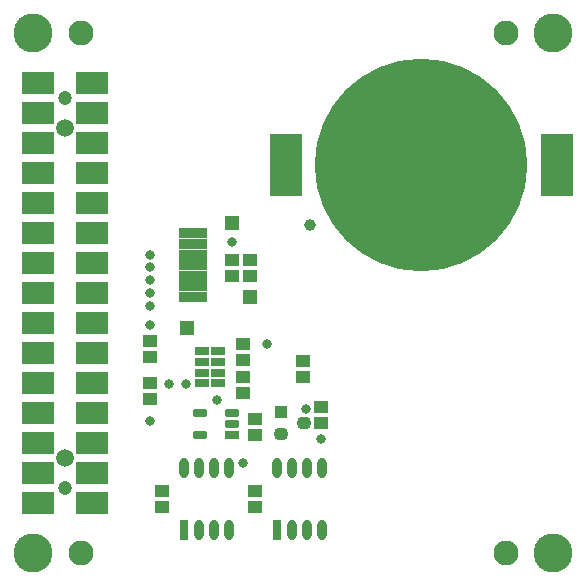
<source format=gts>
G04*
G04 #@! TF.GenerationSoftware,Altium Limited,Altium Designer,19.1.9 (167)*
G04*
G04 Layer_Color=8388736*
%FSLAX44Y44*%
%MOMM*%
G71*
G01*
G75*
%ADD30C,18.0032*%
%ADD31R,2.7032X5.3032*%
G04:AMPARAMS|DCode=32|XSize=1.0032mm|YSize=1.1032mm|CornerRadius=0.3016mm|HoleSize=0mm|Usage=FLASHONLY|Rotation=90.000|XOffset=0mm|YOffset=0mm|HoleType=Round|Shape=RoundedRectangle|*
%AMROUNDEDRECTD32*
21,1,1.0032,0.5000,0,0,90.0*
21,1,0.4000,1.1032,0,0,90.0*
1,1,0.6032,0.2500,0.2000*
1,1,0.6032,0.2500,-0.2000*
1,1,0.6032,-0.2500,-0.2000*
1,1,0.6032,-0.2500,0.2000*
%
%ADD32ROUNDEDRECTD32*%
%ADD33R,1.1032X1.0032*%
%ADD34R,2.8032X1.9032*%
%ADD35R,1.2032X1.1032*%
%ADD36R,0.8032X1.7032*%
%ADD37O,0.8032X1.7032*%
G04:AMPARAMS|DCode=38|XSize=0.7532mm|YSize=1.2032mm|CornerRadius=0.2391mm|HoleSize=0mm|Usage=FLASHONLY|Rotation=270.000|XOffset=0mm|YOffset=0mm|HoleType=Round|Shape=RoundedRectangle|*
%AMROUNDEDRECTD38*
21,1,0.7532,0.7250,0,0,270.0*
21,1,0.2750,1.2032,0,0,270.0*
1,1,0.4782,-0.3625,-0.1375*
1,1,0.4782,-0.3625,0.1375*
1,1,0.4782,0.3625,0.1375*
1,1,0.4782,0.3625,-0.1375*
%
%ADD38ROUNDEDRECTD38*%
%ADD39R,1.2032X0.7532*%
%ADD40R,1.2032X0.7032*%
%ADD41R,1.2032X0.9032*%
%ADD42C,1.2032*%
%ADD43C,1.5032*%
%ADD44R,1.2032X1.2032*%
%ADD45C,2.1031*%
%ADD46C,3.3033*%
%ADD47C,0.9032*%
%ADD48C,1.0032*%
%ADD49C,0.8032*%
D30*
X359410Y354330D02*
D03*
D31*
X244910D02*
D03*
X473910D02*
D03*
D32*
X260190Y135890D02*
D03*
X240190Y126390D02*
D03*
D33*
Y145390D02*
D03*
D34*
X34500Y423800D02*
D03*
X80500D02*
D03*
Y68200D02*
D03*
X34500D02*
D03*
Y93600D02*
D03*
X80500D02*
D03*
X34500Y119000D02*
D03*
X80500D02*
D03*
X34500Y144400D02*
D03*
X80500D02*
D03*
X34500Y169800D02*
D03*
X80500D02*
D03*
X34500Y195200D02*
D03*
X80500D02*
D03*
X34500Y220600D02*
D03*
X80500D02*
D03*
X34500Y246000D02*
D03*
X80500D02*
D03*
X34500Y271400D02*
D03*
X80500D02*
D03*
X34500Y296800D02*
D03*
X80500D02*
D03*
X34500Y322200D02*
D03*
X80500D02*
D03*
X34500Y347600D02*
D03*
X80500D02*
D03*
X34500Y373000D02*
D03*
X80500D02*
D03*
X34500Y398400D02*
D03*
X80500D02*
D03*
D35*
X274320Y135490D02*
D03*
Y148990D02*
D03*
X259080Y188360D02*
D03*
Y174860D02*
D03*
X218440Y77870D02*
D03*
Y64370D02*
D03*
X139700Y77870D02*
D03*
Y64370D02*
D03*
X218440Y125330D02*
D03*
Y138830D02*
D03*
X208280Y174390D02*
D03*
Y160890D02*
D03*
Y202330D02*
D03*
Y188830D02*
D03*
X199390Y259950D02*
D03*
Y273450D02*
D03*
X214630Y259950D02*
D03*
Y273450D02*
D03*
X129540Y191370D02*
D03*
Y204870D02*
D03*
Y169310D02*
D03*
Y155810D02*
D03*
D36*
X237490Y44704D02*
D03*
X158750D02*
D03*
D37*
X250190D02*
D03*
X262890D02*
D03*
X275590D02*
D03*
X237490Y97704D02*
D03*
X250190D02*
D03*
X262890D02*
D03*
X275590D02*
D03*
X171450Y44704D02*
D03*
X184150D02*
D03*
X196850D02*
D03*
X158750Y97704D02*
D03*
X171450D02*
D03*
X184150D02*
D03*
X196850D02*
D03*
D38*
X171920Y125120D02*
D03*
Y144120D02*
D03*
X198920D02*
D03*
Y134620D02*
D03*
D39*
Y125120D02*
D03*
D40*
X187340Y196380D02*
D03*
Y187380D02*
D03*
Y178380D02*
D03*
Y169380D02*
D03*
X173340D02*
D03*
Y178380D02*
D03*
Y187380D02*
D03*
Y196380D02*
D03*
D41*
X172116Y296240D02*
D03*
X160116Y242240D02*
D03*
X172116Y287240D02*
D03*
Y278240D02*
D03*
Y269240D02*
D03*
Y260240D02*
D03*
Y251240D02*
D03*
X160116D02*
D03*
Y260240D02*
D03*
Y269240D02*
D03*
Y278240D02*
D03*
Y287240D02*
D03*
X172116Y242240D02*
D03*
X160116Y296240D02*
D03*
D42*
X57500Y411100D02*
D03*
Y80900D02*
D03*
D43*
Y385700D02*
D03*
Y106300D02*
D03*
D44*
X214630Y242316D02*
D03*
X161290Y215900D02*
D03*
X199390Y304800D02*
D03*
D45*
X431009Y465989D02*
D03*
Y26010D02*
D03*
X70990Y465989D02*
D03*
Y26010D02*
D03*
D46*
X470989Y465989D02*
D03*
Y26010D02*
D03*
X31010Y465989D02*
D03*
Y26010D02*
D03*
D47*
X26990Y424049D02*
D03*
X42010Y423800D02*
D03*
X72990D02*
D03*
X88010D02*
D03*
Y68200D02*
D03*
X72990D02*
D03*
X42010D02*
D03*
X26990Y68450D02*
D03*
Y93849D02*
D03*
X42010Y93600D02*
D03*
X72990D02*
D03*
X88010D02*
D03*
X26990Y119499D02*
D03*
X42010Y119249D02*
D03*
X72990D02*
D03*
X88010D02*
D03*
X26990Y144899D02*
D03*
X42010Y144649D02*
D03*
X72990D02*
D03*
X88010D02*
D03*
X26990Y170299D02*
D03*
X42010Y170049D02*
D03*
X72990D02*
D03*
X88010D02*
D03*
X26990Y195450D02*
D03*
X42010Y195200D02*
D03*
X72990D02*
D03*
X88010D02*
D03*
X26990Y220849D02*
D03*
X42010Y220600D02*
D03*
X72990D02*
D03*
X88010D02*
D03*
X26990Y246250D02*
D03*
X42010Y246000D02*
D03*
X72990D02*
D03*
X88010D02*
D03*
X26990Y271899D02*
D03*
X42010Y271649D02*
D03*
X72990D02*
D03*
X88010D02*
D03*
X26990Y297050D02*
D03*
X42010Y296800D02*
D03*
X72990D02*
D03*
X26990Y322699D02*
D03*
X42010Y322449D02*
D03*
X72990D02*
D03*
X88010D02*
D03*
X26990Y348099D02*
D03*
X42010Y347850D02*
D03*
X72990D02*
D03*
X88010D02*
D03*
X26990Y373250D02*
D03*
X42010Y373000D02*
D03*
X72990D02*
D03*
X88010D02*
D03*
X26990Y398649D02*
D03*
X42010Y398400D02*
D03*
X72990D02*
D03*
X88010D02*
D03*
D48*
Y296800D02*
D03*
X265430Y303530D02*
D03*
D49*
X186690Y154940D02*
D03*
X274320Y121920D02*
D03*
X261620Y147320D02*
D03*
X160020Y168910D02*
D03*
X199390Y288925D02*
D03*
X129540Y234950D02*
D03*
Y245745D02*
D03*
Y256540D02*
D03*
Y267335D02*
D03*
Y278130D02*
D03*
X208280Y101680D02*
D03*
X228854Y202438D02*
D03*
X129540Y137160D02*
D03*
Y218440D02*
D03*
X146050Y168910D02*
D03*
M02*

</source>
